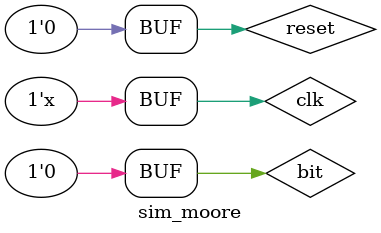
<source format=v>
`timescale 1ns / 1ps


module sim_moore();
    reg bit, clk, reset;
    wire found;
    
    always #5 clk = ~clk;
    
    Moore2 vm(clk, reset, bit, found);
    
    initial begin
        clk = 1; bit = 0; reset = 0;
        
        #10 reset = 1;
        #10 reset = 0;
        
        #10 bit = 0;
        #10 bit = 0;
        #10 bit = 1;
        #10 bit = 1;
        #10 bit = 0;
        #10 bit = 1;
        #10 bit = 0;
        #10 bit = 1;
        #10 bit = 0;
        #10 bit = 0;
        #10 bit = 1;
        #10 bit = 0;
        #10 bit = 1;
        #10 bit = 1;
        #10 bit = 1;
        #10 bit = 0;
        #10 bit = 0;
    end
endmodule

</source>
